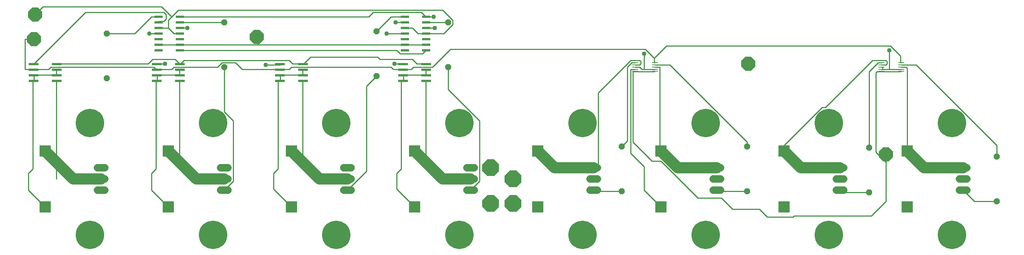
<source format=gtl>
G75*
G70*
%OFA0B0*%
%FSLAX24Y24*%
%IPPOS*%
%LPD*%
%AMOC8*
5,1,8,0,0,1.08239X$1,22.5*
%
%ADD10OC8,0.0520*%
%ADD11C,0.0660*%
%ADD12C,0.2540*%
%ADD13R,0.0866X0.0236*%
%ADD14R,0.0780X0.0210*%
%ADD15R,0.0551X0.0110*%
%ADD16R,0.1000X0.1000*%
%ADD17OC8,0.1500*%
%ADD18OC8,0.1250*%
%ADD19C,0.0100*%
%ADD20C,0.1000*%
%ADD21C,0.0400*%
%ADD22C,0.0396*%
D10*
X055092Y007501D03*
X066292Y007501D03*
X077192Y007401D03*
X088592Y006601D03*
X088592Y010601D03*
X077192Y011401D03*
X066292Y011501D03*
X055092Y011501D03*
X033192Y017801D03*
X039592Y018601D03*
X033192Y021801D03*
X039592Y022601D03*
X019592Y022601D03*
X009092Y021601D03*
X019592Y018601D03*
X009092Y017601D03*
D11*
X008922Y009601D02*
X008262Y009601D01*
X008262Y008601D02*
X008922Y008601D01*
X008922Y007601D02*
X008262Y007601D01*
X019262Y007601D02*
X019922Y007601D01*
X019922Y008601D02*
X019262Y008601D01*
X019262Y009601D02*
X019922Y009601D01*
X030262Y009601D02*
X030922Y009601D01*
X030922Y008601D02*
X030262Y008601D01*
X030262Y007601D02*
X030922Y007601D01*
X041262Y007601D02*
X041922Y007601D01*
X041922Y008601D02*
X041262Y008601D01*
X041262Y009601D02*
X041922Y009601D01*
X052262Y009601D02*
X052922Y009601D01*
X052922Y008601D02*
X052262Y008601D01*
X052262Y007601D02*
X052922Y007601D01*
X063262Y007601D02*
X063922Y007601D01*
X063922Y008601D02*
X063262Y008601D01*
X063262Y009601D02*
X063922Y009601D01*
X074262Y009601D02*
X074922Y009601D01*
X074922Y008601D02*
X074262Y008601D01*
X074262Y007601D02*
X074922Y007601D01*
X085262Y007601D02*
X085922Y007601D01*
X085922Y008601D02*
X085262Y008601D01*
X085262Y009601D02*
X085922Y009601D01*
D12*
X007592Y003601D03*
X018592Y003601D03*
X029592Y003601D03*
X040592Y003601D03*
X051592Y003601D03*
X062592Y003601D03*
X073592Y003601D03*
X084592Y003601D03*
X084592Y013601D03*
X073592Y013601D03*
X062592Y013601D03*
X051592Y013601D03*
X040592Y013601D03*
X029592Y013601D03*
X018592Y013601D03*
X007592Y013601D03*
D13*
X004616Y017351D03*
X004616Y017851D03*
X004616Y018351D03*
X004616Y018851D03*
X002569Y018851D03*
X002569Y018351D03*
X002569Y017851D03*
X002569Y017351D03*
X013569Y017351D03*
X013569Y017851D03*
X013569Y018351D03*
X013569Y018851D03*
X015616Y018851D03*
X015616Y018351D03*
X015616Y017851D03*
X015616Y017351D03*
X024569Y017351D03*
X024569Y017851D03*
X024569Y018351D03*
X024569Y018851D03*
X026616Y018851D03*
X026616Y018351D03*
X026616Y017851D03*
X026616Y017351D03*
X035569Y017351D03*
X035569Y017851D03*
X035569Y018351D03*
X035569Y018851D03*
X037616Y018851D03*
X037616Y018351D03*
X037616Y017851D03*
X037616Y017351D03*
D14*
X037616Y020101D03*
X037616Y020601D03*
X035719Y020601D03*
X035719Y020101D03*
X035719Y021101D03*
X035719Y021601D03*
X035719Y022101D03*
X035719Y022601D03*
X035719Y023101D03*
X037616Y023101D03*
X037616Y022601D03*
X037616Y022101D03*
X037616Y021601D03*
X037616Y021101D03*
X015616Y021101D03*
X015616Y021601D03*
X015616Y022101D03*
X015616Y022601D03*
X015616Y023101D03*
X013719Y023101D03*
X013719Y022601D03*
X013719Y022101D03*
X013719Y021601D03*
X013719Y021101D03*
X013719Y020601D03*
X013719Y020101D03*
X015616Y020101D03*
X015616Y020601D03*
D15*
X056305Y018994D03*
X056305Y018798D03*
X056305Y018601D03*
X056305Y018404D03*
X056305Y018207D03*
X058077Y018207D03*
X058077Y018404D03*
X058077Y018601D03*
X058077Y018798D03*
X058077Y018994D03*
X078305Y018994D03*
X078305Y018798D03*
X078305Y018601D03*
X078305Y018404D03*
X078305Y018207D03*
X080077Y018207D03*
X080077Y018404D03*
X080077Y018601D03*
X080077Y018798D03*
X080077Y018994D03*
D16*
X080592Y011101D03*
X069592Y011101D03*
X058592Y011101D03*
X047592Y011101D03*
X036592Y011101D03*
X025592Y011101D03*
X014592Y011101D03*
X003592Y011101D03*
X003592Y006101D03*
X014592Y006101D03*
X025592Y006101D03*
X036592Y006101D03*
X047592Y006101D03*
X058592Y006101D03*
X069592Y006101D03*
X080592Y006101D03*
D17*
X045392Y006401D03*
X043392Y006401D03*
X045392Y008601D03*
X043392Y009601D03*
D18*
X066392Y018901D03*
X078692Y010801D03*
X022492Y021301D03*
X002692Y023301D03*
X002592Y021101D03*
D19*
X001792Y021101D01*
X001792Y018401D01*
X002569Y018401D01*
X002569Y018351D01*
X002592Y018401D01*
X003892Y018401D01*
X004092Y018601D01*
X013292Y018601D01*
X013492Y018401D01*
X013569Y018351D01*
X013592Y018401D01*
X014892Y018401D01*
X015092Y018601D01*
X018992Y018601D01*
X019392Y019001D01*
X020592Y019001D01*
X021192Y018401D01*
X024492Y018401D01*
X024569Y018351D01*
X024592Y018401D01*
X025392Y018401D01*
X025592Y018601D01*
X034492Y018601D01*
X034692Y018401D01*
X035492Y018401D01*
X035569Y018351D01*
X035592Y018401D01*
X036292Y018401D01*
X036492Y018601D01*
X038192Y018601D01*
X039792Y020201D01*
X057192Y020201D01*
X057992Y019401D01*
X059092Y020501D01*
X079092Y020501D01*
X079992Y019601D01*
X079992Y019001D01*
X080077Y018994D01*
X080092Y018801D02*
X080077Y018798D01*
X080092Y018801D02*
X081392Y018801D01*
X088592Y011601D01*
X088592Y010601D01*
X080592Y011101D02*
X080592Y018501D01*
X080492Y018601D01*
X080077Y018601D01*
X080077Y018404D02*
X079992Y018401D01*
X078992Y018401D01*
X078992Y020101D01*
X078692Y019201D02*
X077492Y019201D01*
X073292Y015001D01*
X072992Y015001D01*
X069592Y011601D01*
X069592Y011101D01*
X066292Y011501D02*
X066292Y011901D01*
X059392Y018801D01*
X058092Y018801D01*
X058077Y018798D01*
X058077Y018994D02*
X057992Y019001D01*
X057992Y019401D01*
X057092Y019801D02*
X057092Y018401D01*
X057992Y018401D01*
X058077Y018404D01*
X058077Y018601D02*
X058492Y018601D01*
X058492Y011501D01*
X058592Y011101D01*
X058592Y010201D02*
X057792Y010201D01*
X056092Y011901D01*
X056092Y018201D01*
X056292Y018201D01*
X056305Y018207D01*
X056392Y018201D01*
X057992Y018201D01*
X058077Y018207D01*
X057092Y018401D02*
X056892Y018401D01*
X056692Y018601D01*
X056305Y018601D01*
X056305Y018798D02*
X056392Y018801D01*
X056692Y018801D01*
X056792Y018901D01*
X056792Y019101D01*
X056692Y019201D01*
X055892Y019201D01*
X052992Y016301D01*
X052992Y009901D01*
X052592Y009601D01*
X055892Y010901D02*
X057092Y009701D01*
X057092Y007601D01*
X058592Y006101D01*
X061892Y006901D02*
X058592Y010201D01*
X055892Y010901D02*
X055892Y018401D01*
X056292Y018401D01*
X056305Y018404D01*
X055992Y019001D02*
X055592Y018601D01*
X055592Y012001D01*
X055092Y011501D01*
X042392Y013801D02*
X042392Y008401D01*
X041592Y007601D01*
X036592Y006101D02*
X034992Y007701D01*
X034992Y009101D01*
X035392Y009501D01*
X035392Y017301D01*
X035569Y017351D01*
X035592Y017301D01*
X035592Y017901D01*
X035569Y017851D01*
X035592Y017901D02*
X037592Y017901D01*
X037616Y017851D01*
X037592Y017901D02*
X037592Y018301D01*
X037616Y018351D01*
X037616Y018851D02*
X037592Y018901D01*
X036792Y018901D01*
X036392Y019301D01*
X033492Y019301D01*
X033292Y019501D01*
X027292Y019501D01*
X026692Y018901D01*
X026616Y018851D01*
X026592Y018901D01*
X025692Y018901D01*
X025392Y019201D01*
X015992Y019201D01*
X015692Y018901D01*
X015616Y018851D01*
X015592Y018901D01*
X015192Y019301D01*
X013192Y019301D01*
X012792Y018901D01*
X004692Y018901D01*
X004616Y018851D01*
X004616Y018351D02*
X004592Y018301D01*
X004592Y017901D01*
X004616Y017851D01*
X004592Y017901D02*
X002592Y017901D01*
X002569Y017851D01*
X002592Y017901D02*
X002592Y017301D01*
X002569Y017351D01*
X002492Y017301D01*
X002492Y009501D01*
X002092Y009101D01*
X002092Y007601D01*
X003592Y006101D01*
X004592Y008601D02*
X004592Y010801D01*
X004242Y010451D01*
X004592Y010801D02*
X004592Y017301D01*
X004616Y017351D01*
X002569Y018851D02*
X002592Y018901D01*
X007192Y023501D01*
X014192Y023501D01*
X014392Y023301D01*
X014392Y022901D01*
X014192Y022701D01*
X013792Y022701D01*
X013719Y022601D01*
X014592Y022801D02*
X014892Y023101D01*
X013992Y024001D01*
X003392Y024001D01*
X002692Y023301D01*
X009092Y021601D02*
X011592Y021601D01*
X013092Y023101D01*
X013719Y023101D01*
X014892Y023101D02*
X015492Y023701D01*
X039092Y023701D01*
X039992Y022801D01*
X039992Y022401D01*
X039192Y021601D01*
X037616Y021601D01*
X036892Y021601D01*
X036392Y022101D01*
X035719Y022101D01*
X035719Y022601D02*
X034892Y022601D01*
X034492Y023101D02*
X035719Y023101D01*
X034492Y023101D02*
X033192Y021801D01*
X034092Y021601D02*
X035719Y021601D01*
X037616Y022101D02*
X038392Y022101D01*
X037616Y022601D02*
X039592Y022601D01*
X038292Y023101D02*
X037616Y023101D01*
X037592Y023101D01*
X037192Y023501D01*
X032892Y023501D01*
X032492Y023101D01*
X015616Y023101D01*
X015592Y023101D01*
X015616Y022601D02*
X015592Y022601D01*
X015616Y022601D02*
X019592Y022601D01*
X016292Y022101D02*
X015616Y022101D01*
X015092Y021601D02*
X014592Y022101D01*
X014592Y022801D01*
X014592Y022101D02*
X013719Y022101D01*
X013719Y021601D02*
X012892Y021601D01*
X015092Y021601D02*
X015616Y021601D01*
X015616Y020601D02*
X013719Y020601D01*
X015616Y020601D02*
X022592Y020601D01*
X022592Y021301D01*
X022492Y021301D01*
X022592Y020601D02*
X035719Y020601D01*
X037616Y020601D01*
X037592Y020101D02*
X037616Y020101D01*
X037592Y020101D02*
X037292Y019801D01*
X035292Y019801D01*
X034992Y020101D01*
X015616Y020101D01*
X014292Y018901D02*
X013592Y018901D01*
X013569Y018851D01*
X015592Y018301D02*
X015616Y018351D01*
X015592Y018301D02*
X015592Y017901D01*
X015616Y017851D01*
X015592Y017901D02*
X013592Y017901D01*
X013569Y017851D01*
X013592Y017901D02*
X013592Y017301D01*
X013569Y017351D01*
X013492Y017301D01*
X013492Y009501D01*
X013092Y009101D01*
X013092Y007601D01*
X014592Y006101D01*
X019592Y007601D02*
X020392Y008401D01*
X020392Y013801D01*
X019592Y014601D01*
X019592Y018601D01*
X023292Y018801D02*
X024592Y018801D01*
X024569Y018851D01*
X026592Y018301D02*
X026616Y018351D01*
X026592Y018301D02*
X026592Y017901D01*
X026616Y017851D01*
X026592Y017901D02*
X024592Y017901D01*
X024569Y017851D01*
X024592Y017901D02*
X024592Y017301D01*
X024569Y017351D01*
X024392Y017301D01*
X024392Y009501D01*
X023992Y009101D01*
X023992Y007701D01*
X025592Y006101D01*
X030592Y007601D02*
X032292Y009301D01*
X032292Y016901D01*
X033192Y017801D01*
X035569Y018851D02*
X035592Y018901D01*
X034792Y018901D01*
X039592Y018601D02*
X039592Y016601D01*
X042392Y013801D01*
X037592Y010801D02*
X037242Y010451D01*
X037592Y010801D02*
X037592Y017301D01*
X037616Y017351D01*
X026616Y017351D02*
X026592Y017301D01*
X026592Y010801D01*
X026242Y010451D01*
X015592Y010801D02*
X015592Y017301D01*
X015616Y017351D01*
X037592Y022601D02*
X037616Y022601D01*
X055992Y019001D02*
X056292Y019001D01*
X056305Y018994D01*
X077192Y018201D02*
X077192Y011401D01*
X077792Y011001D02*
X078692Y010101D01*
X078692Y010801D01*
X077792Y011001D02*
X077792Y018101D01*
X077892Y018201D01*
X078292Y018201D01*
X078305Y018207D01*
X078392Y018201D01*
X079992Y018201D01*
X080077Y018207D01*
X078992Y018401D02*
X078392Y018401D01*
X078305Y018404D01*
X078392Y018401D02*
X078392Y018601D01*
X078305Y018601D01*
X078305Y018798D02*
X078392Y018801D01*
X078692Y018801D01*
X078792Y018901D01*
X078792Y019101D01*
X078692Y019201D01*
X078305Y018994D02*
X078292Y019001D01*
X077992Y019001D01*
X077192Y018201D01*
X078692Y010101D02*
X078692Y006601D01*
X077392Y005301D01*
X070492Y005301D01*
X070392Y005201D01*
X068092Y005201D01*
X067392Y005901D01*
X064992Y005901D01*
X063992Y006901D01*
X061892Y006901D01*
X063592Y007601D02*
X063692Y007501D01*
X066292Y007501D01*
X074592Y007601D02*
X074792Y007401D01*
X077192Y007401D01*
X085592Y007601D02*
X086592Y006601D01*
X088592Y006601D01*
X055092Y007501D02*
X052692Y007501D01*
X052592Y007601D01*
X015592Y010801D02*
X015242Y010451D01*
D20*
X014592Y011101D01*
X015242Y010451D02*
X017092Y008601D01*
X019592Y008601D01*
X025592Y011101D02*
X026242Y010451D01*
X028092Y008601D01*
X030592Y008601D01*
X036592Y011101D02*
X037242Y010451D01*
X039092Y008601D01*
X041592Y008601D01*
X047592Y011101D02*
X049092Y009601D01*
X052592Y009601D01*
X058592Y011101D02*
X060092Y009601D01*
X063592Y009601D01*
X069592Y011101D02*
X071092Y009601D01*
X074592Y009601D01*
X080592Y011101D02*
X082092Y009601D01*
X085592Y009601D01*
X008592Y008601D02*
X006092Y008601D01*
X004242Y010451D01*
X003592Y011101D01*
D21*
X023292Y018801D03*
X014292Y018901D03*
X016292Y022101D03*
X034092Y021601D03*
X034892Y022601D03*
X038292Y023101D03*
X038392Y022101D03*
X034792Y018901D03*
X057092Y019801D03*
X078992Y020101D03*
D22*
X012892Y021601D03*
M02*

</source>
